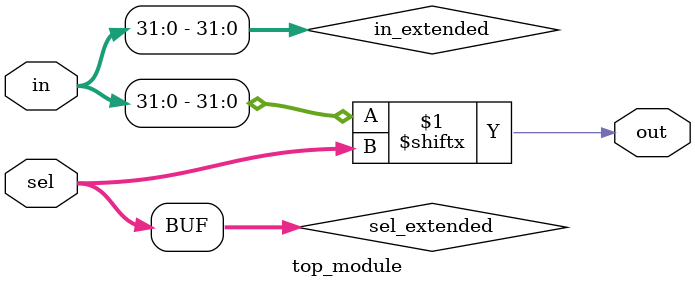
<source format=sv>
module top_module (
	input [255:0] in,
	input [7:0] sel,
	output  out
);

wire [7:0] sel_extended;
assign sel_extended = sel;

wire [31:0] in_extended;
assign in_extended = in;

assign out = in_extended[sel_extended];

endmodule

</source>
